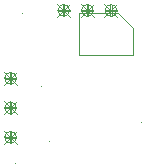
<source format=gbr>
%TF.GenerationSoftware,KiCad,Pcbnew,9.0.6-9.0.6~ubuntu22.04.1*%
%TF.CreationDate,2026-01-23T17:01:18+00:00*%
%TF.ProjectId,vm_rgb_led,766d5f72-6762-45f6-9c65-642e6b696361,0.4*%
%TF.SameCoordinates,PX518a060PY47868c0*%
%TF.FileFunction,AssemblyDrawing,Top*%
%FSLAX45Y45*%
G04 Gerber Fmt 4.5, Leading zero omitted, Abs format (unit mm)*
G04 Created by KiCad (PCBNEW 9.0.6-9.0.6~ubuntu22.04.1) date 2026-01-23 17:01:18*
%MOMM*%
%LPD*%
G01*
G04 APERTURE LIST*
%ADD10C,0.100000*%
%ADD11C,0.120000*%
%ADD12C,0.075000*%
G04 APERTURE END LIST*
D10*
X100000Y820000D02*
X200000Y820000D01*
X200000Y830000D02*
G75*
G02*
X200000Y820000I0J-5000D01*
G01*
X200000Y830000D02*
X100000Y830000D01*
X100000Y830000D02*
G75*
G03*
X100000Y820000I0J-5000D01*
G01*
X145000Y875000D02*
X145000Y775000D01*
X155000Y775000D02*
G75*
G02*
X145000Y775000I-5000J0D01*
G01*
X155000Y775000D02*
X155000Y875000D01*
X155000Y875000D02*
G75*
G03*
X145000Y875000I-5000J0D01*
G01*
%TO.C,GS5*%
X200000Y825000D02*
G75*
G02*
X100000Y825000I-50000J0D01*
G01*
X100000Y825000D02*
G75*
G02*
X200000Y825000I50000J0D01*
G01*
X200000Y825000D02*
G75*
G02*
X100000Y825000I-50000J0D01*
G01*
X100000Y825000D02*
G75*
G02*
X200000Y825000I50000J0D01*
G01*
X-750000Y245000D02*
X-650000Y245000D01*
X-650000Y255000D02*
G75*
G02*
X-650000Y245000I0J-5000D01*
G01*
X-650000Y255000D02*
X-750000Y255000D01*
X-750000Y255000D02*
G75*
G03*
X-750000Y245000I0J-5000D01*
G01*
X-705000Y300000D02*
X-705000Y200000D01*
X-695000Y200000D02*
G75*
G02*
X-705000Y200000I-5000J0D01*
G01*
X-695000Y200000D02*
X-695000Y300000D01*
X-695000Y300000D02*
G75*
G03*
X-705000Y300000I-5000J0D01*
G01*
%TO.C,GS3*%
X-650000Y250000D02*
G75*
G02*
X-750000Y250000I-50000J0D01*
G01*
X-750000Y250000D02*
G75*
G02*
X-650000Y250000I50000J0D01*
G01*
X-650000Y250000D02*
G75*
G02*
X-750000Y250000I-50000J0D01*
G01*
X-750000Y250000D02*
G75*
G02*
X-650000Y250000I50000J0D01*
G01*
D11*
%TO.C,J1*%
X-118100Y799060D02*
X212100Y799060D01*
X-118100Y443460D02*
X-118100Y799060D01*
X212100Y799060D02*
X339100Y672060D01*
X339100Y672060D02*
X339100Y443460D01*
X339100Y443460D02*
X-118100Y443460D01*
D10*
X-100000Y820000D02*
X0Y820000D01*
X0Y830000D02*
G75*
G02*
X0Y820000I0J-5000D01*
G01*
X0Y830000D02*
X-100000Y830000D01*
X-100000Y830000D02*
G75*
G03*
X-100000Y820000I0J-5000D01*
G01*
X-55000Y875000D02*
X-55000Y775000D01*
X-45000Y775000D02*
G75*
G02*
X-55000Y775000I-5000J0D01*
G01*
X-45000Y775000D02*
X-45000Y875000D01*
X-45000Y875000D02*
G75*
G03*
X-55000Y875000I-5000J0D01*
G01*
%TO.C,GS4*%
X0Y825000D02*
G75*
G02*
X-100000Y825000I-50000J0D01*
G01*
X-100000Y825000D02*
G75*
G02*
X0Y825000I50000J0D01*
G01*
X0Y825000D02*
G75*
G02*
X-100000Y825000I-50000J0D01*
G01*
X-100000Y825000D02*
G75*
G02*
X0Y825000I50000J0D01*
G01*
%TO.C,U2*%
D12*
X-433750Y182500D02*
G75*
G02*
X-441250Y182500I-3750J0D01*
G01*
X-441250Y182500D02*
G75*
G02*
X-433750Y182500I3750J0D01*
G01*
D10*
X-300000Y820000D02*
X-200000Y820000D01*
X-200000Y830000D02*
G75*
G02*
X-200000Y820000I0J-5000D01*
G01*
X-200000Y830000D02*
X-300000Y830000D01*
X-300000Y830000D02*
G75*
G03*
X-300000Y820000I0J-5000D01*
G01*
X-255000Y875000D02*
X-255000Y775000D01*
X-245000Y775000D02*
G75*
G02*
X-255000Y775000I-5000J0D01*
G01*
X-245000Y775000D02*
X-245000Y875000D01*
X-245000Y875000D02*
G75*
G03*
X-255000Y875000I-5000J0D01*
G01*
%TO.C,GS6*%
X-200000Y825000D02*
G75*
G02*
X-300000Y825000I-50000J0D01*
G01*
X-300000Y825000D02*
G75*
G02*
X-200000Y825000I50000J0D01*
G01*
X-200000Y825000D02*
G75*
G02*
X-300000Y825000I-50000J0D01*
G01*
X-300000Y825000D02*
G75*
G02*
X-200000Y825000I50000J0D01*
G01*
%TO.C,D1*%
D12*
X-653750Y-467500D02*
G75*
G02*
X-661250Y-467500I-3750J0D01*
G01*
X-661250Y-467500D02*
G75*
G02*
X-653750Y-467500I3750J0D01*
G01*
%TO.C,U1*%
X-369250Y-287500D02*
G75*
G02*
X-376750Y-287500I-3750J0D01*
G01*
X-376750Y-287500D02*
G75*
G02*
X-369250Y-287500I3750J0D01*
G01*
D10*
X-750000Y-255000D02*
X-650000Y-255000D01*
X-650000Y-245000D02*
G75*
G02*
X-650000Y-255000I0J-5000D01*
G01*
X-650000Y-245000D02*
X-750000Y-245000D01*
X-750000Y-245000D02*
G75*
G03*
X-750000Y-255000I0J-5000D01*
G01*
X-705000Y-200000D02*
X-705000Y-300000D01*
X-695000Y-300000D02*
G75*
G02*
X-705000Y-300000I-5000J0D01*
G01*
X-695000Y-300000D02*
X-695000Y-200000D01*
X-695000Y-200000D02*
G75*
G03*
X-705000Y-200000I-5000J0D01*
G01*
%TO.C,GS2*%
X-650000Y-250000D02*
G75*
G02*
X-750000Y-250000I-50000J0D01*
G01*
X-750000Y-250000D02*
G75*
G02*
X-650000Y-250000I50000J0D01*
G01*
X-650000Y-250000D02*
G75*
G02*
X-750000Y-250000I-50000J0D01*
G01*
X-750000Y-250000D02*
G75*
G02*
X-650000Y-250000I50000J0D01*
G01*
X-750000Y-5000D02*
X-650000Y-5000D01*
X-650000Y5000D02*
G75*
G02*
X-650000Y-5000I0J-5000D01*
G01*
X-650000Y5000D02*
X-750000Y5000D01*
X-750000Y5000D02*
G75*
G03*
X-750000Y-5000I0J-5000D01*
G01*
X-705000Y50000D02*
X-705000Y-50000D01*
X-695000Y-50000D02*
G75*
G02*
X-705000Y-50000I-5000J0D01*
G01*
X-695000Y-50000D02*
X-695000Y50000D01*
X-695000Y50000D02*
G75*
G03*
X-705000Y50000I-5000J0D01*
G01*
%TO.C,GS1*%
X-650000Y0D02*
G75*
G02*
X-750000Y0I-50000J0D01*
G01*
X-750000Y0D02*
G75*
G02*
X-650000Y0I50000J0D01*
G01*
X-650000Y0D02*
G75*
G02*
X-750000Y0I-50000J0D01*
G01*
X-750000Y0D02*
G75*
G02*
X-650000Y0I50000J0D01*
G01*
%TO.C,D2*%
D12*
X-596250Y800000D02*
G75*
G02*
X-603750Y800000I-3750J0D01*
G01*
X-603750Y800000D02*
G75*
G02*
X-596250Y800000I3750J0D01*
G01*
%TO.C,D3*%
X411250Y-127500D02*
G75*
G02*
X403750Y-127500I-3750J0D01*
G01*
X403750Y-127500D02*
G75*
G02*
X411250Y-127500I3750J0D01*
G01*
%TD*%
D10*
X95000Y880000D02*
X205000Y770000D01*
X95000Y770000D02*
X205000Y880000D01*
X-755000Y305000D02*
X-645000Y195000D01*
X-755000Y195000D02*
X-645000Y305000D01*
X-105000Y880000D02*
X5000Y770000D01*
X-105000Y770000D02*
X5000Y880000D01*
X-305000Y880000D02*
X-195000Y770000D01*
X-305000Y770000D02*
X-195000Y880000D01*
X-755000Y-195000D02*
X-645000Y-305000D01*
X-755000Y-305000D02*
X-645000Y-195000D01*
X-755000Y55000D02*
X-645000Y-55000D01*
X-755000Y-55000D02*
X-645000Y55000D01*
M02*

</source>
